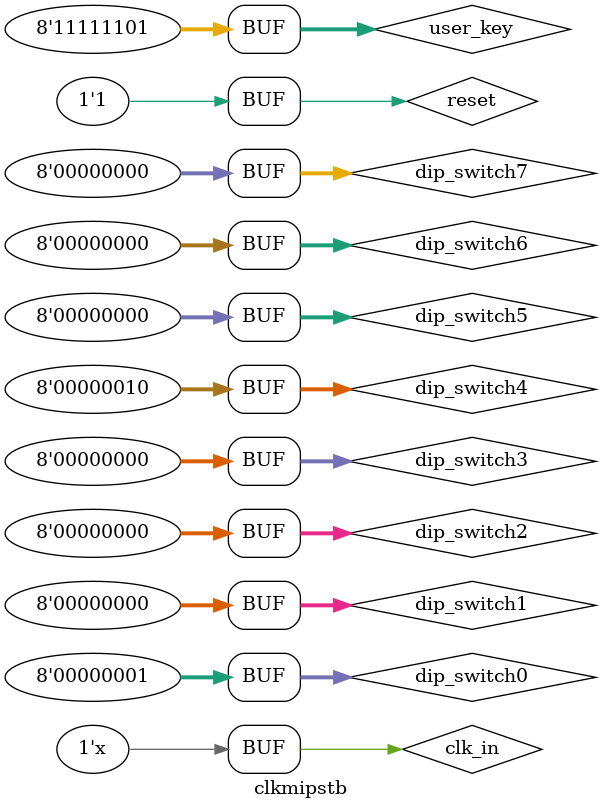
<source format=v>
`timescale 1ns / 1ps


module clkmipstb;

	// Inputs
	reg clk_in;
	reg reset;
	reg [7:0] dip_switch0;
	reg [7:0] dip_switch1;
	reg [7:0] dip_switch2;
	reg [7:0] dip_switch3;
	reg [7:0] dip_switch4;
	reg [7:0] dip_switch5;
	reg [7:0] dip_switch6;
	reg [7:0] dip_switch7;
	reg [7:0] user_key;

	// Outputs
	wire [7:0] digital_tube0;
	wire [7:0] digital_tube1;
	wire [7:0] digital_tube2;
	wire [3:0] digital_tube_sel0;
	wire [3:0] digital_tube_sel1;
	wire [31:0] led_light;
	wire digital_tube_sel2;

	// Instantiate the Unit Under Test (UUT)
	clkmips uut (
		.clk_in(clk_in), 
		.reset(reset), 
		.digital_tube0(digital_tube0), 
		.digital_tube1(digital_tube1), 
		.digital_tube2(digital_tube2), 
		.digital_tube_sel0(digital_tube_sel0), 
		.digital_tube_sel1(digital_tube_sel1), 
		.digital_tube_sel2(digital_tube_sel2), 
		.led_light(led_light), 
		.dip_switch0(dip_switch0), 
		.dip_switch1(dip_switch1), 
		.dip_switch2(dip_switch2), 
		.dip_switch3(dip_switch3), 
		.dip_switch4(dip_switch4), 
		.dip_switch5(dip_switch5), 
		.dip_switch6(dip_switch6), 
		.dip_switch7(dip_switch7),
		.user_key(user_key)
	);

	initial begin
		// Initialize Inputs
		clk_in = 0;
		reset = 1;
		dip_switch0 = 1;
		dip_switch1 = 1;
		dip_switch2 = 1;
		dip_switch3 = 1;
		dip_switch4 = 2;
		dip_switch5 = 2;
		dip_switch6 = 2;
		dip_switch7 = 2;
		user_key = 8'b11111101;
		// Wait 100 ns for global reset to finish
		#600;
		reset = 0;
		#650;
		reset = 1;
		#900;
		dip_switch0 = 1;
		dip_switch1 = 1;
		dip_switch2 = 1;
		dip_switch3 = 1;
		dip_switch4 = 2;
		dip_switch5 = 2;
		dip_switch6 = 2;
		dip_switch7 = 2;
		#900;
		dip_switch0 = 1;
		dip_switch1 = 0;
		dip_switch2 = 0;
		dip_switch3 = 0;
		dip_switch4 = 2;
		dip_switch5 = 0;
		dip_switch6 = 0;
		dip_switch7 = 0; 
		// Add stimulus here

	end
   always #20 begin
		clk_in = ~clk_in; 
		//user_key = user_key<<1;
	end
endmodule


</source>
